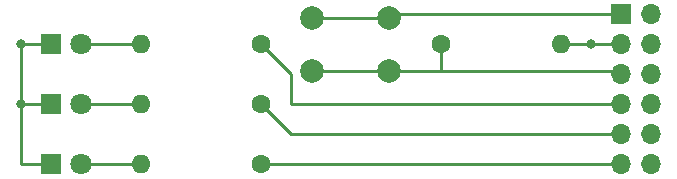
<source format=gbr>
%TF.GenerationSoftware,KiCad,Pcbnew,7.0.10*%
%TF.CreationDate,2024-01-31T18:25:17+09:00*%
%TF.ProjectId,test,74657374-2e6b-4696-9361-645f70636258,rev?*%
%TF.SameCoordinates,Original*%
%TF.FileFunction,Copper,L1,Top*%
%TF.FilePolarity,Positive*%
%FSLAX46Y46*%
G04 Gerber Fmt 4.6, Leading zero omitted, Abs format (unit mm)*
G04 Created by KiCad (PCBNEW 7.0.10) date 2024-01-31 18:25:17*
%MOMM*%
%LPD*%
G01*
G04 APERTURE LIST*
%TA.AperFunction,ComponentPad*%
%ADD10C,2.000000*%
%TD*%
%TA.AperFunction,ComponentPad*%
%ADD11C,1.600000*%
%TD*%
%TA.AperFunction,ComponentPad*%
%ADD12O,1.600000X1.600000*%
%TD*%
%TA.AperFunction,ComponentPad*%
%ADD13R,1.700000X1.700000*%
%TD*%
%TA.AperFunction,ComponentPad*%
%ADD14O,1.700000X1.700000*%
%TD*%
%TA.AperFunction,ComponentPad*%
%ADD15R,1.800000X1.800000*%
%TD*%
%TA.AperFunction,ComponentPad*%
%ADD16C,1.800000*%
%TD*%
%TA.AperFunction,ViaPad*%
%ADD17C,0.800000*%
%TD*%
%TA.AperFunction,Conductor*%
%ADD18C,0.250000*%
%TD*%
G04 APERTURE END LIST*
D10*
%TO.P,SW1,1,1*%
%TO.N,Net-(J1-Pin_1)*%
X108510000Y-58710000D03*
X115010000Y-58710000D03*
%TO.P,SW1,2,2*%
%TO.N,Net-(J1-Pin_5)*%
X108510000Y-63210000D03*
X115010000Y-63210000D03*
%TD*%
D11*
%TO.P,R1,1*%
%TO.N,Net-(J1-Pin_7)*%
X104140000Y-60960000D03*
D12*
%TO.P,R1,2*%
%TO.N,Net-(D1-A)*%
X93980000Y-60960000D03*
%TD*%
D11*
%TO.P,R4,1*%
%TO.N,Net-(J1-Pin_5)*%
X119380000Y-60960000D03*
D12*
%TO.P,R4,2*%
%TO.N,GND*%
X129540000Y-60960000D03*
%TD*%
D11*
%TO.P,R3,1*%
%TO.N,Net-(J1-Pin_11)*%
X104140000Y-71120000D03*
D12*
%TO.P,R3,2*%
%TO.N,Net-(D3-A)*%
X93980000Y-71120000D03*
%TD*%
D13*
%TO.P,J1,1,Pin_1*%
%TO.N,Net-(J1-Pin_1)*%
X134620000Y-58420000D03*
D14*
%TO.P,J1,2,Pin_2*%
%TO.N,unconnected-(J1-Pin_2-Pad2)*%
X137160000Y-58420000D03*
%TO.P,J1,3,Pin_3*%
%TO.N,GND*%
X134620000Y-60960000D03*
%TO.P,J1,4,Pin_4*%
%TO.N,unconnected-(J1-Pin_4-Pad4)*%
X137160000Y-60960000D03*
%TO.P,J1,5,Pin_5*%
%TO.N,Net-(J1-Pin_5)*%
X134620000Y-63500000D03*
%TO.P,J1,6,Pin_6*%
%TO.N,unconnected-(J1-Pin_6-Pad6)*%
X137160000Y-63500000D03*
%TO.P,J1,7,Pin_7*%
%TO.N,Net-(J1-Pin_7)*%
X134620000Y-66040000D03*
%TO.P,J1,8,Pin_8*%
%TO.N,unconnected-(J1-Pin_8-Pad8)*%
X137160000Y-66040000D03*
%TO.P,J1,9,Pin_9*%
%TO.N,Net-(J1-Pin_9)*%
X134620000Y-68580000D03*
%TO.P,J1,10,Pin_10*%
%TO.N,unconnected-(J1-Pin_10-Pad10)*%
X137160000Y-68580000D03*
%TO.P,J1,11,Pin_11*%
%TO.N,Net-(J1-Pin_11)*%
X134620000Y-71120000D03*
%TO.P,J1,12,Pin_12*%
%TO.N,unconnected-(J1-Pin_12-Pad12)*%
X137160000Y-71120000D03*
%TD*%
D11*
%TO.P,R2,1*%
%TO.N,Net-(J1-Pin_9)*%
X104140000Y-66040000D03*
D12*
%TO.P,R2,2*%
%TO.N,Net-(D2-A)*%
X93980000Y-66040000D03*
%TD*%
D15*
%TO.P,D2,1,K*%
%TO.N,GND*%
X86360000Y-66040000D03*
D16*
%TO.P,D2,2,A*%
%TO.N,Net-(D2-A)*%
X88900000Y-66040000D03*
%TD*%
D15*
%TO.P,D3,1,K*%
%TO.N,GND*%
X86360000Y-71120000D03*
D16*
%TO.P,D3,2,A*%
%TO.N,Net-(D3-A)*%
X88900000Y-71120000D03*
%TD*%
D15*
%TO.P,D1,1,K*%
%TO.N,GND*%
X86360000Y-60960000D03*
D16*
%TO.P,D1,2,A*%
%TO.N,Net-(D1-A)*%
X88900000Y-60960000D03*
%TD*%
D17*
%TO.N,GND*%
X83820000Y-66040000D03*
X132080000Y-60960000D03*
X83820000Y-60960000D03*
%TD*%
D18*
%TO.N,GND*%
X83820000Y-71120000D02*
X83820000Y-66040000D01*
X86360000Y-71120000D02*
X83820000Y-71120000D01*
%TO.N,Net-(J1-Pin_11)*%
X134620000Y-71120000D02*
X104140000Y-71120000D01*
%TO.N,Net-(J1-Pin_9)*%
X106680000Y-68580000D02*
X104140000Y-66040000D01*
X134620000Y-68580000D02*
X106680000Y-68580000D01*
%TO.N,Net-(J1-Pin_7)*%
X106680000Y-63500000D02*
X106680000Y-66040000D01*
X106680000Y-66040000D02*
X134620000Y-66040000D01*
X104140000Y-60960000D02*
X106680000Y-63500000D01*
%TO.N,GND*%
X134620000Y-60960000D02*
X132080000Y-60960000D01*
X129540000Y-60960000D02*
X132080000Y-60960000D01*
%TO.N,Net-(J1-Pin_5)*%
X119380000Y-60960000D02*
X119380000Y-63210000D01*
X119380000Y-63210000D02*
X134330000Y-63210000D01*
X115010000Y-63210000D02*
X119380000Y-63210000D01*
X134330000Y-63210000D02*
X134620000Y-63500000D01*
%TO.N,Net-(J1-Pin_1)*%
X134620000Y-58420000D02*
X115300000Y-58420000D01*
X115300000Y-58420000D02*
X115010000Y-58710000D01*
%TO.N,GND*%
X86360000Y-60960000D02*
X83820000Y-60960000D01*
X83820000Y-60960000D02*
X83820000Y-66040000D01*
X83820000Y-66040000D02*
X86360000Y-66040000D01*
%TO.N,Net-(D1-A)*%
X93980000Y-60960000D02*
X88900000Y-60960000D01*
%TO.N,Net-(D2-A)*%
X93980000Y-66040000D02*
X88900000Y-66040000D01*
%TO.N,Net-(D3-A)*%
X93980000Y-71120000D02*
X88900000Y-71120000D01*
%TO.N,Net-(J1-Pin_5)*%
X115010000Y-63210000D02*
X108510000Y-63210000D01*
X115010000Y-63210000D02*
X115300000Y-63500000D01*
%TO.N,Net-(J1-Pin_1)*%
X115010000Y-58710000D02*
X108510000Y-58710000D01*
%TD*%
M02*

</source>
